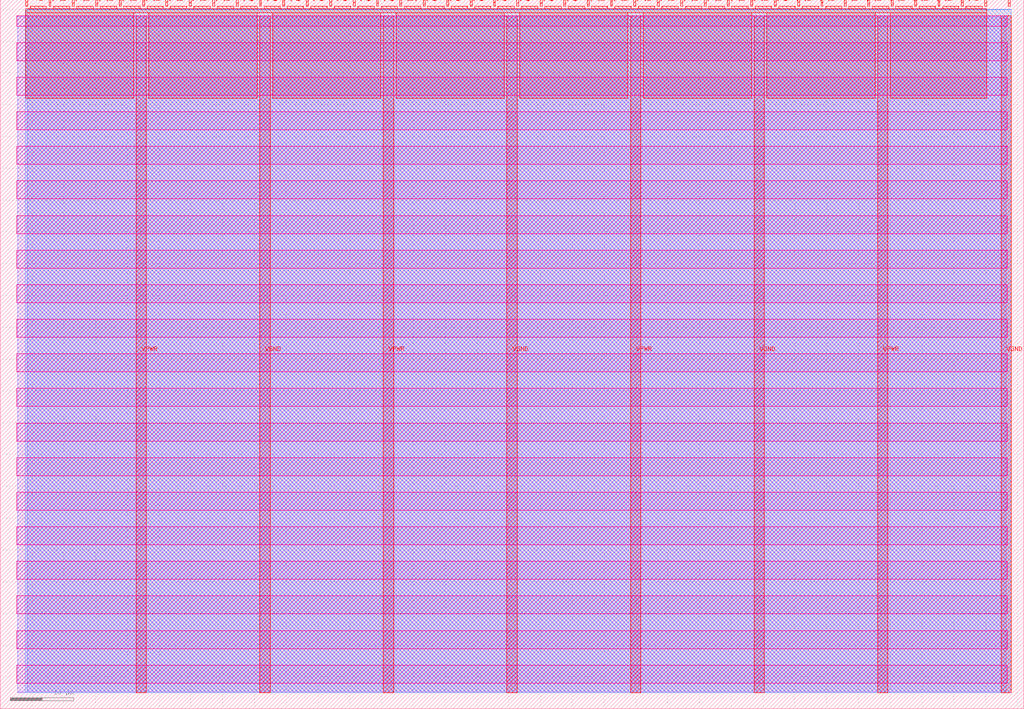
<source format=lef>
VERSION 5.7 ;
  NOWIREEXTENSIONATPIN ON ;
  DIVIDERCHAR "/" ;
  BUSBITCHARS "[]" ;
MACRO tt_um_bit_ctrl
  CLASS BLOCK ;
  FOREIGN tt_um_bit_ctrl ;
  ORIGIN 0.000 0.000 ;
  SIZE 161.000 BY 111.520 ;
  PIN VGND
    DIRECTION INOUT ;
    USE GROUND ;
    PORT
      LAYER met4 ;
        RECT 40.830 2.480 42.430 109.040 ;
    END
    PORT
      LAYER met4 ;
        RECT 79.700 2.480 81.300 109.040 ;
    END
    PORT
      LAYER met4 ;
        RECT 118.570 2.480 120.170 109.040 ;
    END
    PORT
      LAYER met4 ;
        RECT 157.440 2.480 159.040 109.040 ;
    END
  END VGND
  PIN VPWR
    DIRECTION INOUT ;
    USE POWER ;
    PORT
      LAYER met4 ;
        RECT 21.395 2.480 22.995 109.040 ;
    END
    PORT
      LAYER met4 ;
        RECT 60.265 2.480 61.865 109.040 ;
    END
    PORT
      LAYER met4 ;
        RECT 99.135 2.480 100.735 109.040 ;
    END
    PORT
      LAYER met4 ;
        RECT 138.005 2.480 139.605 109.040 ;
    END
  END VPWR
  PIN clk
    DIRECTION INPUT ;
    USE SIGNAL ;
    ANTENNAGATEAREA 0.852000 ;
    PORT
      LAYER met4 ;
        RECT 154.870 110.520 155.170 111.520 ;
    END
  END clk
  PIN ena
    DIRECTION INPUT ;
    USE SIGNAL ;
    PORT
      LAYER met4 ;
        RECT 158.550 110.520 158.850 111.520 ;
    END
  END ena
  PIN rst_n
    DIRECTION INPUT ;
    USE SIGNAL ;
    ANTENNAGATEAREA 0.126000 ;
    PORT
      LAYER met4 ;
        RECT 151.190 110.520 151.490 111.520 ;
    END
  END rst_n
  PIN ui_in[0]
    DIRECTION INPUT ;
    USE SIGNAL ;
    PORT
      LAYER met4 ;
        RECT 147.510 110.520 147.810 111.520 ;
    END
  END ui_in[0]
  PIN ui_in[1]
    DIRECTION INPUT ;
    USE SIGNAL ;
    PORT
      LAYER met4 ;
        RECT 143.830 110.520 144.130 111.520 ;
    END
  END ui_in[1]
  PIN ui_in[2]
    DIRECTION INPUT ;
    USE SIGNAL ;
    PORT
      LAYER met4 ;
        RECT 140.150 110.520 140.450 111.520 ;
    END
  END ui_in[2]
  PIN ui_in[3]
    DIRECTION INPUT ;
    USE SIGNAL ;
    PORT
      LAYER met4 ;
        RECT 136.470 110.520 136.770 111.520 ;
    END
  END ui_in[3]
  PIN ui_in[4]
    DIRECTION INPUT ;
    USE SIGNAL ;
    PORT
      LAYER met4 ;
        RECT 132.790 110.520 133.090 111.520 ;
    END
  END ui_in[4]
  PIN ui_in[5]
    DIRECTION INPUT ;
    USE SIGNAL ;
    PORT
      LAYER met4 ;
        RECT 129.110 110.520 129.410 111.520 ;
    END
  END ui_in[5]
  PIN ui_in[6]
    DIRECTION INPUT ;
    USE SIGNAL ;
    PORT
      LAYER met4 ;
        RECT 125.430 110.520 125.730 111.520 ;
    END
  END ui_in[6]
  PIN ui_in[7]
    DIRECTION INPUT ;
    USE SIGNAL ;
    PORT
      LAYER met4 ;
        RECT 121.750 110.520 122.050 111.520 ;
    END
  END ui_in[7]
  PIN uio_in[0]
    DIRECTION INPUT ;
    USE SIGNAL ;
    PORT
      LAYER met4 ;
        RECT 118.070 110.520 118.370 111.520 ;
    END
  END uio_in[0]
  PIN uio_in[1]
    DIRECTION INPUT ;
    USE SIGNAL ;
    PORT
      LAYER met4 ;
        RECT 114.390 110.520 114.690 111.520 ;
    END
  END uio_in[1]
  PIN uio_in[2]
    DIRECTION INPUT ;
    USE SIGNAL ;
    PORT
      LAYER met4 ;
        RECT 110.710 110.520 111.010 111.520 ;
    END
  END uio_in[2]
  PIN uio_in[3]
    DIRECTION INPUT ;
    USE SIGNAL ;
    PORT
      LAYER met4 ;
        RECT 107.030 110.520 107.330 111.520 ;
    END
  END uio_in[3]
  PIN uio_in[4]
    DIRECTION INPUT ;
    USE SIGNAL ;
    PORT
      LAYER met4 ;
        RECT 103.350 110.520 103.650 111.520 ;
    END
  END uio_in[4]
  PIN uio_in[5]
    DIRECTION INPUT ;
    USE SIGNAL ;
    PORT
      LAYER met4 ;
        RECT 99.670 110.520 99.970 111.520 ;
    END
  END uio_in[5]
  PIN uio_in[6]
    DIRECTION INPUT ;
    USE SIGNAL ;
    PORT
      LAYER met4 ;
        RECT 95.990 110.520 96.290 111.520 ;
    END
  END uio_in[6]
  PIN uio_in[7]
    DIRECTION INPUT ;
    USE SIGNAL ;
    PORT
      LAYER met4 ;
        RECT 92.310 110.520 92.610 111.520 ;
    END
  END uio_in[7]
  PIN uio_oe[0]
    DIRECTION OUTPUT TRISTATE ;
    USE SIGNAL ;
    PORT
      LAYER met4 ;
        RECT 29.750 110.520 30.050 111.520 ;
    END
  END uio_oe[0]
  PIN uio_oe[1]
    DIRECTION OUTPUT TRISTATE ;
    USE SIGNAL ;
    PORT
      LAYER met4 ;
        RECT 26.070 110.520 26.370 111.520 ;
    END
  END uio_oe[1]
  PIN uio_oe[2]
    DIRECTION OUTPUT TRISTATE ;
    USE SIGNAL ;
    PORT
      LAYER met4 ;
        RECT 22.390 110.520 22.690 111.520 ;
    END
  END uio_oe[2]
  PIN uio_oe[3]
    DIRECTION OUTPUT TRISTATE ;
    USE SIGNAL ;
    PORT
      LAYER met4 ;
        RECT 18.710 110.520 19.010 111.520 ;
    END
  END uio_oe[3]
  PIN uio_oe[4]
    DIRECTION OUTPUT TRISTATE ;
    USE SIGNAL ;
    PORT
      LAYER met4 ;
        RECT 15.030 110.520 15.330 111.520 ;
    END
  END uio_oe[4]
  PIN uio_oe[5]
    DIRECTION OUTPUT TRISTATE ;
    USE SIGNAL ;
    PORT
      LAYER met4 ;
        RECT 11.350 110.520 11.650 111.520 ;
    END
  END uio_oe[5]
  PIN uio_oe[6]
    DIRECTION OUTPUT TRISTATE ;
    USE SIGNAL ;
    PORT
      LAYER met4 ;
        RECT 7.670 110.520 7.970 111.520 ;
    END
  END uio_oe[6]
  PIN uio_oe[7]
    DIRECTION OUTPUT TRISTATE ;
    USE SIGNAL ;
    PORT
      LAYER met4 ;
        RECT 3.990 110.520 4.290 111.520 ;
    END
  END uio_oe[7]
  PIN uio_out[0]
    DIRECTION OUTPUT TRISTATE ;
    USE SIGNAL ;
    PORT
      LAYER met4 ;
        RECT 59.190 110.520 59.490 111.520 ;
    END
  END uio_out[0]
  PIN uio_out[1]
    DIRECTION OUTPUT TRISTATE ;
    USE SIGNAL ;
    PORT
      LAYER met4 ;
        RECT 55.510 110.520 55.810 111.520 ;
    END
  END uio_out[1]
  PIN uio_out[2]
    DIRECTION OUTPUT TRISTATE ;
    USE SIGNAL ;
    PORT
      LAYER met4 ;
        RECT 51.830 110.520 52.130 111.520 ;
    END
  END uio_out[2]
  PIN uio_out[3]
    DIRECTION OUTPUT TRISTATE ;
    USE SIGNAL ;
    PORT
      LAYER met4 ;
        RECT 48.150 110.520 48.450 111.520 ;
    END
  END uio_out[3]
  PIN uio_out[4]
    DIRECTION OUTPUT TRISTATE ;
    USE SIGNAL ;
    PORT
      LAYER met4 ;
        RECT 44.470 110.520 44.770 111.520 ;
    END
  END uio_out[4]
  PIN uio_out[5]
    DIRECTION OUTPUT TRISTATE ;
    USE SIGNAL ;
    PORT
      LAYER met4 ;
        RECT 40.790 110.520 41.090 111.520 ;
    END
  END uio_out[5]
  PIN uio_out[6]
    DIRECTION OUTPUT TRISTATE ;
    USE SIGNAL ;
    PORT
      LAYER met4 ;
        RECT 37.110 110.520 37.410 111.520 ;
    END
  END uio_out[6]
  PIN uio_out[7]
    DIRECTION OUTPUT TRISTATE ;
    USE SIGNAL ;
    PORT
      LAYER met4 ;
        RECT 33.430 110.520 33.730 111.520 ;
    END
  END uio_out[7]
  PIN uo_out[0]
    DIRECTION OUTPUT TRISTATE ;
    USE SIGNAL ;
    PORT
      LAYER met4 ;
        RECT 88.630 110.520 88.930 111.520 ;
    END
  END uo_out[0]
  PIN uo_out[1]
    DIRECTION OUTPUT TRISTATE ;
    USE SIGNAL ;
    PORT
      LAYER met4 ;
        RECT 84.950 110.520 85.250 111.520 ;
    END
  END uo_out[1]
  PIN uo_out[2]
    DIRECTION OUTPUT TRISTATE ;
    USE SIGNAL ;
    ANTENNAGATEAREA 0.126000 ;
    ANTENNADIFFAREA 0.795200 ;
    PORT
      LAYER met4 ;
        RECT 81.270 110.520 81.570 111.520 ;
    END
  END uo_out[2]
  PIN uo_out[3]
    DIRECTION OUTPUT TRISTATE ;
    USE SIGNAL ;
    ANTENNADIFFAREA 0.453750 ;
    PORT
      LAYER met4 ;
        RECT 77.590 110.520 77.890 111.520 ;
    END
  END uo_out[3]
  PIN uo_out[4]
    DIRECTION OUTPUT TRISTATE ;
    USE SIGNAL ;
    ANTENNAGATEAREA 0.126000 ;
    ANTENNADIFFAREA 1.242000 ;
    PORT
      LAYER met4 ;
        RECT 73.910 110.520 74.210 111.520 ;
    END
  END uo_out[4]
  PIN uo_out[5]
    DIRECTION OUTPUT TRISTATE ;
    USE SIGNAL ;
    ANTENNADIFFAREA 1.242000 ;
    PORT
      LAYER met4 ;
        RECT 70.230 110.520 70.530 111.520 ;
    END
  END uo_out[5]
  PIN uo_out[6]
    DIRECTION OUTPUT TRISTATE ;
    USE SIGNAL ;
    ANTENNADIFFAREA 0.445500 ;
    PORT
      LAYER met4 ;
        RECT 66.550 110.520 66.850 111.520 ;
    END
  END uo_out[6]
  PIN uo_out[7]
    DIRECTION OUTPUT TRISTATE ;
    USE SIGNAL ;
    ANTENNADIFFAREA 0.445500 ;
    PORT
      LAYER met4 ;
        RECT 62.870 110.520 63.170 111.520 ;
    END
  END uo_out[7]
  OBS
      LAYER nwell ;
        RECT 2.570 107.385 158.430 108.990 ;
        RECT 2.570 101.945 158.430 104.775 ;
        RECT 2.570 96.505 158.430 99.335 ;
        RECT 2.570 91.065 158.430 93.895 ;
        RECT 2.570 85.625 158.430 88.455 ;
        RECT 2.570 80.185 158.430 83.015 ;
        RECT 2.570 74.745 158.430 77.575 ;
        RECT 2.570 69.305 158.430 72.135 ;
        RECT 2.570 63.865 158.430 66.695 ;
        RECT 2.570 58.425 158.430 61.255 ;
        RECT 2.570 52.985 158.430 55.815 ;
        RECT 2.570 47.545 158.430 50.375 ;
        RECT 2.570 42.105 158.430 44.935 ;
        RECT 2.570 36.665 158.430 39.495 ;
        RECT 2.570 31.225 158.430 34.055 ;
        RECT 2.570 25.785 158.430 28.615 ;
        RECT 2.570 20.345 158.430 23.175 ;
        RECT 2.570 14.905 158.430 17.735 ;
        RECT 2.570 9.465 158.430 12.295 ;
        RECT 2.570 4.025 158.430 6.855 ;
      LAYER li1 ;
        RECT 2.760 2.635 158.240 108.885 ;
      LAYER met1 ;
        RECT 2.760 2.480 159.040 109.040 ;
      LAYER met2 ;
        RECT 4.230 2.535 159.010 110.005 ;
      LAYER met3 ;
        RECT 3.950 2.555 159.030 109.985 ;
      LAYER met4 ;
        RECT 4.690 110.120 7.270 110.520 ;
        RECT 8.370 110.120 10.950 110.520 ;
        RECT 12.050 110.120 14.630 110.520 ;
        RECT 15.730 110.120 18.310 110.520 ;
        RECT 19.410 110.120 21.990 110.520 ;
        RECT 23.090 110.120 25.670 110.520 ;
        RECT 26.770 110.120 29.350 110.520 ;
        RECT 30.450 110.120 33.030 110.520 ;
        RECT 34.130 110.120 36.710 110.520 ;
        RECT 37.810 110.120 40.390 110.520 ;
        RECT 41.490 110.120 44.070 110.520 ;
        RECT 45.170 110.120 47.750 110.520 ;
        RECT 48.850 110.120 51.430 110.520 ;
        RECT 52.530 110.120 55.110 110.520 ;
        RECT 56.210 110.120 58.790 110.520 ;
        RECT 59.890 110.120 62.470 110.520 ;
        RECT 63.570 110.120 66.150 110.520 ;
        RECT 67.250 110.120 69.830 110.520 ;
        RECT 70.930 110.120 73.510 110.520 ;
        RECT 74.610 110.120 77.190 110.520 ;
        RECT 78.290 110.120 80.870 110.520 ;
        RECT 81.970 110.120 84.550 110.520 ;
        RECT 85.650 110.120 88.230 110.520 ;
        RECT 89.330 110.120 91.910 110.520 ;
        RECT 93.010 110.120 95.590 110.520 ;
        RECT 96.690 110.120 99.270 110.520 ;
        RECT 100.370 110.120 102.950 110.520 ;
        RECT 104.050 110.120 106.630 110.520 ;
        RECT 107.730 110.120 110.310 110.520 ;
        RECT 111.410 110.120 113.990 110.520 ;
        RECT 115.090 110.120 117.670 110.520 ;
        RECT 118.770 110.120 121.350 110.520 ;
        RECT 122.450 110.120 125.030 110.520 ;
        RECT 126.130 110.120 128.710 110.520 ;
        RECT 129.810 110.120 132.390 110.520 ;
        RECT 133.490 110.120 136.070 110.520 ;
        RECT 137.170 110.120 139.750 110.520 ;
        RECT 140.850 110.120 143.430 110.520 ;
        RECT 144.530 110.120 147.110 110.520 ;
        RECT 148.210 110.120 150.790 110.520 ;
        RECT 151.890 110.120 154.470 110.520 ;
        RECT 3.975 109.440 155.185 110.120 ;
        RECT 3.975 96.055 20.995 109.440 ;
        RECT 23.395 96.055 40.430 109.440 ;
        RECT 42.830 96.055 59.865 109.440 ;
        RECT 62.265 96.055 79.300 109.440 ;
        RECT 81.700 96.055 98.735 109.440 ;
        RECT 101.135 96.055 118.170 109.440 ;
        RECT 120.570 96.055 137.605 109.440 ;
        RECT 140.005 96.055 155.185 109.440 ;
  END
END tt_um_bit_ctrl
END LIBRARY


</source>
